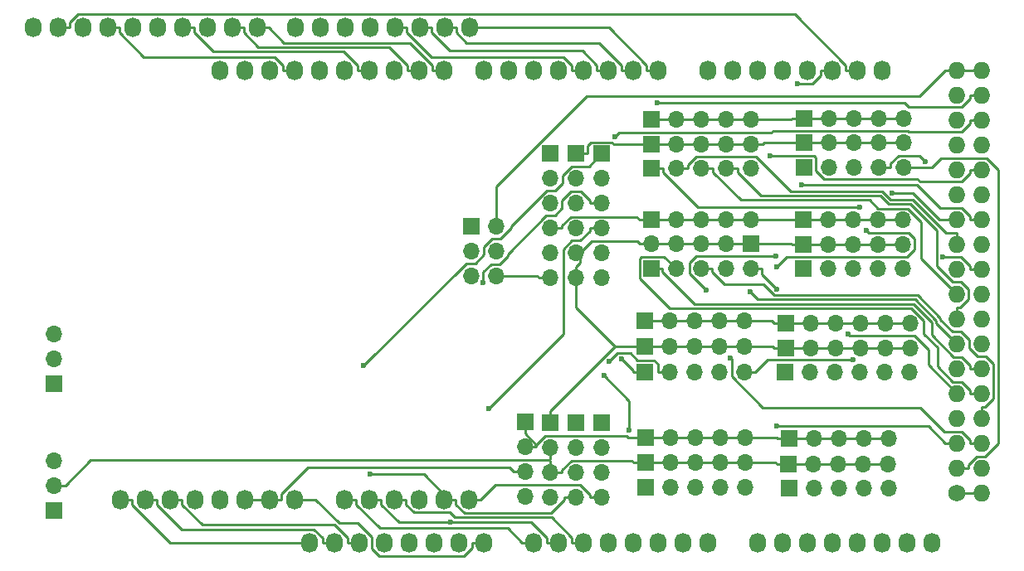
<source format=gbr>
G04 #@! TF.FileFunction,Copper,L1,Top,Signal*
%FSLAX46Y46*%
G04 Gerber Fmt 4.6, Leading zero omitted, Abs format (unit mm)*
G04 Created by KiCad (PCBNEW 4.0.6) date 06/23/17 17:57:28*
%MOMM*%
%LPD*%
G01*
G04 APERTURE LIST*
%ADD10C,0.100000*%
%ADD11C,1.727200*%
%ADD12O,1.727200X1.727200*%
%ADD13O,1.727200X2.032000*%
%ADD14R,1.700000X1.700000*%
%ADD15O,1.700000X1.700000*%
%ADD16C,0.600000*%
%ADD17C,0.250000*%
G04 APERTURE END LIST*
D10*
D11*
X197358000Y-114046000D03*
D12*
X199898000Y-114046000D03*
X197358000Y-111506000D03*
X199898000Y-111506000D03*
X197358000Y-108966000D03*
X199898000Y-108966000D03*
X197358000Y-106426000D03*
X199898000Y-106426000D03*
X197358000Y-103886000D03*
X199898000Y-103886000D03*
X197358000Y-101346000D03*
X199898000Y-101346000D03*
X197358000Y-98806000D03*
X199898000Y-98806000D03*
X197358000Y-96266000D03*
X199898000Y-96266000D03*
X197358000Y-93726000D03*
X199898000Y-93726000D03*
X197358000Y-91186000D03*
X199898000Y-91186000D03*
X197358000Y-88646000D03*
X199898000Y-88646000D03*
X197358000Y-86106000D03*
X199898000Y-86106000D03*
X197358000Y-83566000D03*
X199898000Y-83566000D03*
X197358000Y-81026000D03*
X199898000Y-81026000D03*
X197358000Y-78486000D03*
X199898000Y-78486000D03*
X197358000Y-75946000D03*
X199898000Y-75946000D03*
X197358000Y-73406000D03*
X199898000Y-73406000D03*
X197358000Y-70866000D03*
X199898000Y-70866000D03*
D13*
X131318000Y-119126000D03*
X133858000Y-119126000D03*
X136398000Y-119126000D03*
X138938000Y-119126000D03*
X141478000Y-119126000D03*
X144018000Y-119126000D03*
X146558000Y-119126000D03*
X149098000Y-119126000D03*
X154178000Y-119126000D03*
X156718000Y-119126000D03*
X159258000Y-119126000D03*
X161798000Y-119126000D03*
X164338000Y-119126000D03*
X166878000Y-119126000D03*
X169418000Y-119126000D03*
X171958000Y-119126000D03*
X177038000Y-119126000D03*
X179578000Y-119126000D03*
X182118000Y-119126000D03*
X184658000Y-119126000D03*
X187198000Y-119126000D03*
X189738000Y-119126000D03*
X192278000Y-119126000D03*
X194818000Y-119126000D03*
X122174000Y-70866000D03*
X124714000Y-70866000D03*
X127254000Y-70866000D03*
X129794000Y-70866000D03*
X132334000Y-70866000D03*
X134874000Y-70866000D03*
X137414000Y-70866000D03*
X139954000Y-70866000D03*
X142494000Y-70866000D03*
X145034000Y-70866000D03*
X149098000Y-70866000D03*
X151638000Y-70866000D03*
X154178000Y-70866000D03*
X156718000Y-70866000D03*
X159258000Y-70866000D03*
X161798000Y-70866000D03*
X164338000Y-70866000D03*
X166878000Y-70866000D03*
X171958000Y-70866000D03*
X174498000Y-70866000D03*
X177038000Y-70866000D03*
X179578000Y-70866000D03*
X182118000Y-70866000D03*
X184658000Y-70866000D03*
X187198000Y-70866000D03*
X189738000Y-70866000D03*
X112020000Y-114700000D03*
X114560000Y-114700000D03*
X117100000Y-114700000D03*
X119640000Y-114700000D03*
X122180000Y-114700000D03*
X124720000Y-114700000D03*
X127260000Y-114700000D03*
X129800000Y-114700000D03*
X134900000Y-114700000D03*
X137440000Y-114700000D03*
X139980000Y-114700000D03*
X142520000Y-114700000D03*
X145060000Y-114700000D03*
X147600000Y-114700000D03*
X103080000Y-66500000D03*
X105620000Y-66500000D03*
X108160000Y-66500000D03*
X110700000Y-66500000D03*
X113240000Y-66500000D03*
X115780000Y-66500000D03*
X118320000Y-66500000D03*
X120860000Y-66500000D03*
X123400000Y-66500000D03*
X125940000Y-66500000D03*
X129860000Y-66500000D03*
X132400000Y-66500000D03*
X134940000Y-66500000D03*
X137480000Y-66500000D03*
X140020000Y-66500000D03*
X142560000Y-66500000D03*
X145100000Y-66500000D03*
X147640000Y-66500000D03*
D14*
X165610000Y-113450000D03*
D15*
X168150000Y-113450000D03*
X170690000Y-113450000D03*
X173230000Y-113450000D03*
X175770000Y-113450000D03*
D14*
X180210000Y-113550000D03*
D15*
X182750000Y-113550000D03*
X185290000Y-113550000D03*
X187830000Y-113550000D03*
X190370000Y-113550000D03*
D14*
X165480000Y-101650000D03*
D15*
X168020000Y-101650000D03*
X170560000Y-101650000D03*
X173100000Y-101650000D03*
X175640000Y-101650000D03*
D14*
X179860000Y-101700000D03*
D15*
X182400000Y-101700000D03*
X184940000Y-101700000D03*
X187480000Y-101700000D03*
X190020000Y-101700000D03*
X192560000Y-101700000D03*
D14*
X166150000Y-91100000D03*
D15*
X168690000Y-91100000D03*
X171230000Y-91100000D03*
X173770000Y-91100000D03*
X176310000Y-91100000D03*
D14*
X181720000Y-91150000D03*
D15*
X184260000Y-91150000D03*
X186800000Y-91150000D03*
X189340000Y-91150000D03*
X191880000Y-91150000D03*
D14*
X166200000Y-80900000D03*
D15*
X168740000Y-80900000D03*
X171280000Y-80900000D03*
X173820000Y-80900000D03*
X176360000Y-80900000D03*
D14*
X181810000Y-80750000D03*
D15*
X184350000Y-80750000D03*
X186890000Y-80750000D03*
X189430000Y-80750000D03*
X191970000Y-80750000D03*
D14*
X165590000Y-110950000D03*
D15*
X168130000Y-110950000D03*
X170670000Y-110950000D03*
X173210000Y-110950000D03*
X175750000Y-110950000D03*
D14*
X180190000Y-111050000D03*
D15*
X182730000Y-111050000D03*
X185270000Y-111050000D03*
X187810000Y-111050000D03*
X190350000Y-111050000D03*
D14*
X165520000Y-99050000D03*
D15*
X168060000Y-99050000D03*
X170600000Y-99050000D03*
X173140000Y-99050000D03*
X175680000Y-99050000D03*
D14*
X179880000Y-99200000D03*
D15*
X182420000Y-99200000D03*
X184960000Y-99200000D03*
X187500000Y-99200000D03*
X190040000Y-99200000D03*
X192580000Y-99200000D03*
D14*
X176310000Y-88600000D03*
D15*
X173770000Y-88600000D03*
X171230000Y-88600000D03*
X168690000Y-88600000D03*
X166150000Y-88600000D03*
D14*
X181700000Y-88650000D03*
D15*
X184240000Y-88650000D03*
X186780000Y-88650000D03*
X189320000Y-88650000D03*
X191860000Y-88650000D03*
D14*
X181750000Y-78250000D03*
D15*
X184290000Y-78250000D03*
X186830000Y-78250000D03*
X189370000Y-78250000D03*
X191910000Y-78250000D03*
D14*
X166200000Y-78400000D03*
D15*
X168740000Y-78400000D03*
X171280000Y-78400000D03*
X173820000Y-78400000D03*
X176360000Y-78400000D03*
D14*
X165610000Y-108350000D03*
D15*
X168150000Y-108350000D03*
X170690000Y-108350000D03*
X173230000Y-108350000D03*
X175770000Y-108350000D03*
D14*
X180250000Y-108450000D03*
D15*
X182790000Y-108450000D03*
X185330000Y-108450000D03*
X187870000Y-108450000D03*
X190410000Y-108450000D03*
D14*
X165520000Y-96450000D03*
D15*
X168060000Y-96450000D03*
X170600000Y-96450000D03*
X173140000Y-96450000D03*
X175680000Y-96450000D03*
D14*
X179880000Y-96700000D03*
D15*
X182420000Y-96700000D03*
X184960000Y-96700000D03*
X187500000Y-96700000D03*
X190040000Y-96700000D03*
X192580000Y-96700000D03*
D14*
X166150000Y-86100000D03*
D15*
X168690000Y-86100000D03*
X171230000Y-86100000D03*
X173770000Y-86100000D03*
X176310000Y-86100000D03*
D14*
X181700000Y-86150000D03*
D15*
X184240000Y-86150000D03*
X186780000Y-86150000D03*
X189320000Y-86150000D03*
X191860000Y-86150000D03*
D14*
X181750000Y-75750000D03*
D15*
X184290000Y-75750000D03*
X186830000Y-75750000D03*
X189370000Y-75750000D03*
X191910000Y-75750000D03*
D14*
X166200000Y-75900000D03*
D15*
X168740000Y-75900000D03*
X171280000Y-75900000D03*
X173820000Y-75900000D03*
X176360000Y-75900000D03*
D14*
X105200000Y-115790000D03*
D15*
X105200000Y-113250000D03*
X105200000Y-110710000D03*
D14*
X105200000Y-102900000D03*
D15*
X105200000Y-100360000D03*
X105200000Y-97820000D03*
D14*
X147810000Y-86750000D03*
D15*
X150350000Y-86750000D03*
X147810000Y-89290000D03*
X150350000Y-89290000D03*
X147810000Y-91830000D03*
X150350000Y-91830000D03*
D14*
X153284000Y-106804000D03*
D15*
X153284000Y-109344000D03*
X153284000Y-111884000D03*
X153284000Y-114424000D03*
D14*
X155884000Y-106844000D03*
D15*
X155884000Y-109384000D03*
X155884000Y-111924000D03*
X155884000Y-114464000D03*
D14*
X158484000Y-106864000D03*
D15*
X158484000Y-109404000D03*
X158484000Y-111944000D03*
X158484000Y-114484000D03*
D14*
X161084000Y-106844000D03*
D15*
X161084000Y-109384000D03*
X161084000Y-111924000D03*
X161084000Y-114464000D03*
D14*
X161100000Y-79380000D03*
D15*
X161100000Y-81920000D03*
X161100000Y-84460000D03*
X161100000Y-87000000D03*
X161100000Y-89540000D03*
X161100000Y-92080000D03*
D14*
X158500000Y-79380000D03*
D15*
X158500000Y-81920000D03*
X158500000Y-84460000D03*
X158500000Y-87000000D03*
X158500000Y-89540000D03*
X158500000Y-92080000D03*
D14*
X155900000Y-79350000D03*
D15*
X155900000Y-81890000D03*
X155900000Y-84430000D03*
X155900000Y-86970000D03*
X155900000Y-89510000D03*
X155900000Y-92050000D03*
D16*
X187422200Y-84816800D03*
X190782800Y-83399600D03*
X178995400Y-93203400D03*
X174240200Y-100233900D03*
X136848500Y-101032700D03*
X145687300Y-117003300D03*
X149002400Y-92548500D03*
X149563100Y-105437500D03*
X161377500Y-102068500D03*
X163935200Y-107615800D03*
X137482700Y-112082000D03*
X163175700Y-100372900D03*
X166772700Y-74192600D03*
X161857800Y-100586100D03*
X162472600Y-77627300D03*
X171768100Y-93341400D03*
X178890400Y-89801400D03*
X178306000Y-79557600D03*
X186805500Y-100436300D03*
X181519100Y-82539000D03*
X176252800Y-93474000D03*
X186269400Y-97814400D03*
X178982000Y-107230900D03*
X178984000Y-90922300D03*
X188134600Y-87248700D03*
X194159900Y-80171300D03*
X195923200Y-89916000D03*
X181060400Y-72219700D03*
D17*
X153284000Y-109344000D02*
X154459300Y-109344000D01*
X165610000Y-108350000D02*
X164434700Y-108350000D01*
X154504700Y-91830000D02*
X154724700Y-92050000D01*
X150350000Y-91830000D02*
X154504700Y-91830000D01*
X155900000Y-92050000D02*
X154724700Y-92050000D01*
X192580000Y-96700000D02*
X190040000Y-96700000D01*
X190040000Y-96700000D02*
X187500000Y-96700000D01*
X187500000Y-96700000D02*
X184960000Y-96700000D01*
X184960000Y-96700000D02*
X182420000Y-96700000D01*
X182420000Y-96700000D02*
X179880000Y-96700000D01*
X173820000Y-75900000D02*
X171280000Y-75900000D01*
X171280000Y-75900000D02*
X168740000Y-75900000D01*
X168740000Y-75900000D02*
X166200000Y-75900000D01*
X191910000Y-75750000D02*
X189370000Y-75750000D01*
X189370000Y-75750000D02*
X186830000Y-75750000D01*
X186830000Y-75750000D02*
X184290000Y-75750000D01*
X184290000Y-75750000D02*
X181750000Y-75750000D01*
X191860000Y-86150000D02*
X189320000Y-86150000D01*
X184240000Y-86150000D02*
X181700000Y-86150000D01*
X173770000Y-86100000D02*
X171230000Y-86100000D01*
X171230000Y-86100000D02*
X168690000Y-86100000D01*
X168690000Y-86100000D02*
X166150000Y-86100000D01*
X173140000Y-96450000D02*
X170600000Y-96450000D01*
X170600000Y-96450000D02*
X168060000Y-96450000D01*
X168060000Y-96450000D02*
X165520000Y-96450000D01*
X190410000Y-108450000D02*
X187870000Y-108450000D01*
X187870000Y-108450000D02*
X185330000Y-108450000D01*
X185330000Y-108450000D02*
X182790000Y-108450000D01*
X182790000Y-108450000D02*
X180250000Y-108450000D01*
X173230000Y-108350000D02*
X170690000Y-108350000D01*
X170690000Y-108350000D02*
X168150000Y-108350000D01*
X168150000Y-108350000D02*
X165610000Y-108350000D01*
X124720000Y-114700000D02*
X127260000Y-114700000D01*
X127260000Y-114700000D02*
X128448900Y-114700000D01*
X153284000Y-111884000D02*
X152108700Y-111884000D01*
X111888900Y-67020100D02*
X111888900Y-66500000D01*
X114346000Y-69477200D02*
X111888900Y-67020100D01*
X127736400Y-69477200D02*
X114346000Y-69477200D01*
X128605100Y-70345900D02*
X127736400Y-69477200D01*
X128605100Y-70866000D02*
X128605100Y-70345900D01*
X129794000Y-70866000D02*
X128605100Y-70866000D01*
X110700000Y-66500000D02*
X111888900Y-66500000D01*
X173230000Y-108350000D02*
X175770000Y-108350000D01*
X178974700Y-108350000D02*
X179074700Y-108450000D01*
X175770000Y-108350000D02*
X178974700Y-108350000D01*
X180250000Y-108450000D02*
X179074700Y-108450000D01*
X173770000Y-86100000D02*
X176310000Y-86100000D01*
X180474700Y-86100000D02*
X180524700Y-86150000D01*
X176310000Y-86100000D02*
X180474700Y-86100000D01*
X181700000Y-86150000D02*
X180524700Y-86150000D01*
X181750000Y-75750000D02*
X180574700Y-75750000D01*
X153284000Y-106804000D02*
X153284000Y-107979300D01*
X164697200Y-85822500D02*
X164974700Y-86100000D01*
X157942800Y-85822500D02*
X164697200Y-85822500D01*
X157075300Y-86690000D02*
X157942800Y-85822500D01*
X157075300Y-86970000D02*
X157075300Y-86690000D01*
X155900000Y-86970000D02*
X157075300Y-86970000D01*
X166150000Y-86100000D02*
X164974700Y-86100000D01*
X180424700Y-75900000D02*
X176360000Y-75900000D01*
X180574700Y-75750000D02*
X180424700Y-75900000D01*
X176360000Y-75900000D02*
X173820000Y-75900000D01*
X189320000Y-86150000D02*
X188144700Y-86150000D01*
X184240000Y-86150000D02*
X186780000Y-86150000D01*
X186780000Y-86150000D02*
X188144700Y-86150000D01*
X173140000Y-96450000D02*
X175680000Y-96450000D01*
X178454700Y-96450000D02*
X178704700Y-96700000D01*
X175680000Y-96450000D02*
X178454700Y-96450000D01*
X179880000Y-96700000D02*
X178704700Y-96700000D01*
X151681400Y-111456700D02*
X152108700Y-111884000D01*
X131172100Y-111456700D02*
X151681400Y-111456700D01*
X128448900Y-114179900D02*
X131172100Y-111456700D01*
X128448900Y-114700000D02*
X128448900Y-114179900D01*
X153313500Y-107979300D02*
X153284000Y-107979300D01*
X154459300Y-109125100D02*
X153313500Y-107979300D01*
X154459300Y-109344000D02*
X154459300Y-109125100D01*
X163785100Y-108350000D02*
X164434700Y-108350000D01*
X163639600Y-108204500D02*
X163785100Y-108350000D01*
X155379900Y-108204500D02*
X163639600Y-108204500D01*
X154459300Y-109125100D02*
X155379900Y-108204500D01*
X171280000Y-80900000D02*
X172455300Y-80900000D01*
X172455300Y-81267300D02*
X172455300Y-80900000D01*
X175296900Y-84108900D02*
X172455300Y-81267300D01*
X188461700Y-84108900D02*
X175296900Y-84108900D01*
X189327400Y-84974600D02*
X188461700Y-84108900D01*
X192360500Y-84974600D02*
X189327400Y-84974600D01*
X193723400Y-86337500D02*
X192360500Y-84974600D01*
X193723400Y-90091400D02*
X193723400Y-86337500D01*
X197358000Y-93726000D02*
X193723400Y-90091400D01*
X168740000Y-80900000D02*
X169915300Y-80900000D01*
X197358000Y-88646000D02*
X197358000Y-87457100D01*
X196256800Y-87457100D02*
X197358000Y-87457100D01*
X192873600Y-84073900D02*
X196256800Y-87457100D01*
X190572800Y-84073900D02*
X192873600Y-84073900D01*
X189707100Y-83208200D02*
X190572800Y-84073900D01*
X180394100Y-83208200D02*
X189707100Y-83208200D01*
X176890200Y-79704300D02*
X180394100Y-83208200D01*
X170743700Y-79704300D02*
X176890200Y-79704300D01*
X169915300Y-80532700D02*
X170743700Y-79704300D01*
X169915300Y-80900000D02*
X169915300Y-80532700D01*
X170924800Y-84816800D02*
X187422200Y-84816800D01*
X167375300Y-81267300D02*
X170924800Y-84816800D01*
X167375300Y-80900000D02*
X167375300Y-81267300D01*
X195542700Y-86106000D02*
X197358000Y-86106000D01*
X192836300Y-83399600D02*
X195542700Y-86106000D01*
X190782800Y-83399600D02*
X192836300Y-83399600D01*
X166200000Y-80900000D02*
X167375300Y-80900000D01*
X177485300Y-91693300D02*
X178995400Y-93203400D01*
X177485300Y-91100000D02*
X177485300Y-91693300D01*
X176310000Y-91100000D02*
X177485300Y-91100000D01*
X171230000Y-91100000D02*
X172405300Y-91100000D01*
X199898000Y-106426000D02*
X199898000Y-105237100D01*
X200269600Y-105237100D02*
X199898000Y-105237100D01*
X201086900Y-104419800D02*
X200269600Y-105237100D01*
X201086900Y-100852400D02*
X201086900Y-104419800D01*
X200277800Y-100043300D02*
X201086900Y-100852400D01*
X199448500Y-100043300D02*
X200277800Y-100043300D01*
X198628000Y-99222800D02*
X199448500Y-100043300D01*
X198628000Y-98379300D02*
X198628000Y-99222800D01*
X197784700Y-97536000D02*
X198628000Y-98379300D01*
X196900600Y-97536000D02*
X197784700Y-97536000D01*
X195681100Y-96316500D02*
X196900600Y-97536000D01*
X195681100Y-96157300D02*
X195681100Y-96316500D01*
X193352500Y-93828700D02*
X195681100Y-96157300D01*
X178736400Y-93828700D02*
X193352500Y-93828700D01*
X177633300Y-92725600D02*
X178736400Y-93828700D01*
X173663500Y-92725600D02*
X177633300Y-92725600D01*
X172405300Y-91467400D02*
X173663500Y-92725600D01*
X172405300Y-91100000D02*
X172405300Y-91467400D01*
X198709100Y-108594400D02*
X198709100Y-108966000D01*
X197891800Y-107777100D02*
X198709100Y-108594400D01*
X196097100Y-107777100D02*
X197891800Y-107777100D01*
X193661500Y-105341500D02*
X196097100Y-107777100D01*
X177567900Y-105341500D02*
X193661500Y-105341500D01*
X174370000Y-102143600D02*
X177567900Y-105341500D01*
X174370000Y-100363700D02*
X174370000Y-102143600D01*
X174240200Y-100233900D02*
X174370000Y-100363700D01*
X199898000Y-108966000D02*
X198709100Y-108966000D01*
X166150000Y-91100000D02*
X167325300Y-91100000D01*
X199898000Y-101346000D02*
X198709100Y-101346000D01*
X198709100Y-100974400D02*
X198709100Y-101346000D01*
X197891800Y-100157100D02*
X198709100Y-100974400D01*
X197021600Y-100157100D02*
X197891800Y-100157100D01*
X194780400Y-97915900D02*
X197021600Y-100157100D01*
X194780400Y-96596400D02*
X194780400Y-97915900D01*
X192913300Y-94729300D02*
X194780400Y-96596400D01*
X170587200Y-94729300D02*
X192913300Y-94729300D01*
X167325300Y-91467400D02*
X170587200Y-94729300D01*
X167325300Y-91100000D02*
X167325300Y-91467400D01*
X199898000Y-103886000D02*
X198709100Y-103886000D01*
X198709100Y-103514400D02*
X198709100Y-103886000D01*
X197891800Y-102697100D02*
X198709100Y-103514400D01*
X196925500Y-102697100D02*
X197891800Y-102697100D01*
X195365900Y-101137500D02*
X196925500Y-102697100D01*
X195365900Y-99184100D02*
X195365900Y-101137500D01*
X193983900Y-97802100D02*
X195365900Y-99184100D01*
X193983900Y-96436800D02*
X193983900Y-97802100D01*
X192726700Y-95179600D02*
X193983900Y-96436800D01*
X168055500Y-95179600D02*
X192726700Y-95179600D01*
X164974600Y-92098700D02*
X168055500Y-95179600D01*
X164974600Y-90103500D02*
X164974600Y-92098700D01*
X165192700Y-89885400D02*
X164974600Y-90103500D01*
X167475400Y-89885400D02*
X165192700Y-89885400D01*
X168690000Y-91100000D02*
X167475400Y-89885400D01*
X199898000Y-70866000D02*
X197358000Y-70866000D01*
X193508400Y-73526700D02*
X196169100Y-70866000D01*
X159553800Y-73526700D02*
X193508400Y-73526700D01*
X150350000Y-82730500D02*
X159553800Y-73526700D01*
X150350000Y-86750000D02*
X150350000Y-82730500D01*
X197358000Y-70866000D02*
X196169100Y-70866000D01*
X132669100Y-118642600D02*
X132669100Y-119126000D01*
X131766500Y-117740000D02*
X132669100Y-118642600D01*
X118268800Y-117740000D02*
X131766500Y-117740000D01*
X115748900Y-115220100D02*
X118268800Y-117740000D01*
X115748900Y-114700000D02*
X115748900Y-115220100D01*
X114560000Y-114700000D02*
X115748900Y-114700000D01*
X133858000Y-119126000D02*
X132669100Y-119126000D01*
X117100000Y-114700000D02*
X118288900Y-114700000D01*
X136398000Y-119126000D02*
X135209100Y-119126000D01*
X135209100Y-118642600D02*
X135209100Y-119126000D01*
X133856200Y-117289700D02*
X135209100Y-118642600D01*
X120358500Y-117289700D02*
X133856200Y-117289700D01*
X118288900Y-115220100D02*
X120358500Y-117289700D01*
X118288900Y-114700000D02*
X118288900Y-115220100D01*
X147909100Y-119646100D02*
X147909100Y-119126000D01*
X147059200Y-120496000D02*
X147909100Y-119646100D01*
X138412900Y-120496000D02*
X147059200Y-120496000D01*
X137668000Y-119751100D02*
X138412900Y-120496000D01*
X137668000Y-118557100D02*
X137668000Y-119751100D01*
X136226100Y-117115200D02*
X137668000Y-118557100D01*
X134318600Y-117115200D02*
X136226100Y-117115200D01*
X131903400Y-114700000D02*
X134318600Y-117115200D01*
X129800000Y-114700000D02*
X131903400Y-114700000D01*
X149098000Y-119126000D02*
X147909100Y-119126000D01*
X147321200Y-90560000D02*
X136848500Y-101032700D01*
X148204200Y-90560000D02*
X147321200Y-90560000D01*
X149080200Y-89684000D02*
X148204200Y-90560000D01*
X149080200Y-88870300D02*
X149080200Y-89684000D01*
X149930500Y-88020000D02*
X149080200Y-88870300D01*
X150784500Y-88020000D02*
X149930500Y-88020000D01*
X151846900Y-86957600D02*
X150784500Y-88020000D01*
X151846900Y-86805700D02*
X151846900Y-86957600D01*
X155492600Y-83160000D02*
X151846900Y-86805700D01*
X156338500Y-83160000D02*
X155492600Y-83160000D01*
X157090400Y-82408100D02*
X156338500Y-83160000D01*
X157090400Y-81652800D02*
X157090400Y-82408100D01*
X158063200Y-80680000D02*
X157090400Y-81652800D01*
X159800000Y-80680000D02*
X158063200Y-80680000D01*
X161100000Y-79380000D02*
X159800000Y-80680000D01*
X151504300Y-117641200D02*
X152989100Y-119126000D01*
X138510000Y-117641200D02*
X151504300Y-117641200D01*
X136088900Y-115220100D02*
X138510000Y-117641200D01*
X136088900Y-114700000D02*
X136088900Y-115220100D01*
X134900000Y-114700000D02*
X136088900Y-114700000D01*
X154178000Y-119126000D02*
X152989100Y-119126000D01*
X156718000Y-119126000D02*
X155529100Y-119126000D01*
X137440000Y-114700000D02*
X138628900Y-114700000D01*
X153926500Y-117003300D02*
X145687300Y-117003300D01*
X155529100Y-118605900D02*
X153926500Y-117003300D01*
X155529100Y-119126000D02*
X155529100Y-118605900D01*
X138628900Y-115220100D02*
X138628900Y-114700000D01*
X140412100Y-117003300D02*
X138628900Y-115220100D01*
X145687300Y-117003300D02*
X140412100Y-117003300D01*
X161100000Y-84460000D02*
X159924700Y-84460000D01*
X149002400Y-91476600D02*
X149002400Y-92548500D01*
X149824400Y-90654600D02*
X149002400Y-91476600D01*
X150704900Y-90654600D02*
X149824400Y-90654600D01*
X151549500Y-89810000D02*
X150704900Y-90654600D01*
X151549500Y-89629400D02*
X151549500Y-89810000D01*
X155478900Y-85700000D02*
X151549500Y-89629400D01*
X156336100Y-85700000D02*
X155478900Y-85700000D01*
X157085700Y-84950400D02*
X156336100Y-85700000D01*
X157085700Y-84149000D02*
X157085700Y-84950400D01*
X157982400Y-83252300D02*
X157085700Y-84149000D01*
X159010800Y-83252300D02*
X157982400Y-83252300D01*
X159924700Y-84166200D02*
X159010800Y-83252300D01*
X159924700Y-84460000D02*
X159924700Y-84166200D01*
X158069100Y-118605900D02*
X158069100Y-119126000D01*
X155992800Y-116529600D02*
X158069100Y-118605900D01*
X146122800Y-116529600D02*
X155992800Y-116529600D01*
X145634500Y-116041300D02*
X146122800Y-116529600D01*
X141990100Y-116041300D02*
X145634500Y-116041300D01*
X141168900Y-115220100D02*
X141990100Y-116041300D01*
X141168900Y-114700000D02*
X141168900Y-115220100D01*
X139980000Y-114700000D02*
X141168900Y-114700000D01*
X159258000Y-119126000D02*
X158069100Y-119126000D01*
X157185000Y-97815600D02*
X149563100Y-105437500D01*
X157185000Y-89158700D02*
X157185000Y-97815600D01*
X158073700Y-88270000D02*
X157185000Y-89158700D01*
X158946100Y-88270000D02*
X158073700Y-88270000D01*
X159924700Y-87291400D02*
X158946100Y-88270000D01*
X159924700Y-87000000D02*
X159924700Y-87291400D01*
X161100000Y-87000000D02*
X159924700Y-87000000D01*
X163935200Y-104626200D02*
X163935200Y-107615800D01*
X161377500Y-102068500D02*
X163935200Y-104626200D01*
X123400000Y-66500000D02*
X124588900Y-66500000D01*
X142494000Y-70866000D02*
X141305100Y-70866000D01*
X124588900Y-67020100D02*
X124588900Y-66500000D01*
X126079500Y-68510700D02*
X124588900Y-67020100D01*
X139469900Y-68510700D02*
X126079500Y-68510700D01*
X141305100Y-70345900D02*
X139469900Y-68510700D01*
X141305100Y-70866000D02*
X141305100Y-70345900D01*
X125940000Y-66500000D02*
X127128900Y-66500000D01*
X145034000Y-70866000D02*
X143845100Y-70866000D01*
X128689300Y-68060400D02*
X127128900Y-66500000D01*
X141559600Y-68060400D02*
X128689300Y-68060400D01*
X143845100Y-70345900D02*
X141559600Y-68060400D01*
X143845100Y-70866000D02*
X143845100Y-70345900D01*
X158069100Y-70345900D02*
X158069100Y-70866000D01*
X157247800Y-69524600D02*
X158069100Y-70345900D01*
X143732300Y-69524600D02*
X157247800Y-69524600D01*
X141208900Y-67001200D02*
X143732300Y-69524600D01*
X141208900Y-66500000D02*
X141208900Y-67001200D01*
X140020000Y-66500000D02*
X141208900Y-66500000D01*
X159258000Y-70866000D02*
X158069100Y-70866000D01*
X160609100Y-70345900D02*
X160609100Y-70866000D01*
X159130500Y-68867300D02*
X160609100Y-70345900D01*
X145596100Y-68867300D02*
X159130500Y-68867300D01*
X143748900Y-67020100D02*
X145596100Y-68867300D01*
X143748900Y-66500000D02*
X143748900Y-67020100D01*
X142560000Y-66500000D02*
X143748900Y-66500000D01*
X161798000Y-70866000D02*
X160609100Y-70866000D01*
X163149100Y-70345900D02*
X163149100Y-70866000D01*
X160881400Y-68078200D02*
X163149100Y-70345900D01*
X147347000Y-68078200D02*
X160881400Y-68078200D01*
X146288900Y-67020100D02*
X147347000Y-68078200D01*
X146288900Y-66500000D02*
X146288900Y-67020100D01*
X145100000Y-66500000D02*
X146288900Y-66500000D01*
X164338000Y-70866000D02*
X163149100Y-70866000D01*
X165689100Y-70345900D02*
X165689100Y-70866000D01*
X161843200Y-66500000D02*
X165689100Y-70345900D01*
X147640000Y-66500000D02*
X161843200Y-66500000D01*
X166878000Y-70866000D02*
X165689100Y-70866000D01*
X199898000Y-114046000D02*
X197358000Y-114046000D01*
X117114800Y-119126000D02*
X131318000Y-119126000D01*
X113208900Y-115220100D02*
X117114800Y-119126000D01*
X113208900Y-114700000D02*
X113208900Y-115220100D01*
X112020000Y-114700000D02*
X113208900Y-114700000D01*
X186009100Y-70345900D02*
X186009100Y-70866000D01*
X180801800Y-65138600D02*
X186009100Y-70345900D01*
X107650200Y-65138600D02*
X180801800Y-65138600D01*
X106808900Y-65979900D02*
X107650200Y-65138600D01*
X106808900Y-66500000D02*
X106808900Y-65979900D01*
X105620000Y-66500000D02*
X106808900Y-66500000D01*
X187198000Y-70866000D02*
X186009100Y-70866000D01*
X158484000Y-114484000D02*
X157308700Y-114484000D01*
X146248900Y-115220100D02*
X146248900Y-114700000D01*
X147108000Y-116079200D02*
X146248900Y-115220100D01*
X155933900Y-116079200D02*
X147108000Y-116079200D01*
X157308700Y-114704400D02*
X155933900Y-116079200D01*
X157308700Y-114484000D02*
X157308700Y-114704400D01*
X145060000Y-114700000D02*
X145572400Y-114700000D01*
X145572400Y-114700000D02*
X146248900Y-114700000D01*
X142954400Y-112082000D02*
X137482700Y-112082000D01*
X145572400Y-114700000D02*
X142954400Y-112082000D01*
X150253000Y-113235900D02*
X148788900Y-114700000D01*
X158901000Y-113235900D02*
X150253000Y-113235900D01*
X159908700Y-114243600D02*
X158901000Y-113235900D01*
X159908700Y-114464000D02*
X159908700Y-114243600D01*
X161084000Y-114464000D02*
X159908700Y-114464000D01*
X147600000Y-114700000D02*
X148788900Y-114700000D01*
X118320000Y-66500000D02*
X119508900Y-66500000D01*
X137414000Y-70866000D02*
X136225100Y-70866000D01*
X119508900Y-67020100D02*
X119508900Y-66500000D01*
X121449800Y-68961000D02*
X119508900Y-67020100D01*
X134802900Y-68961000D02*
X121449800Y-68961000D01*
X136225100Y-70383200D02*
X134802900Y-68961000D01*
X136225100Y-70866000D02*
X136225100Y-70383200D01*
X164304700Y-101501900D02*
X163175700Y-100372900D01*
X164304700Y-101650000D02*
X164304700Y-101501900D01*
X198709100Y-73777600D02*
X198709100Y-73406000D01*
X197891800Y-74594900D02*
X198709100Y-73777600D01*
X192417200Y-74594900D02*
X197891800Y-74594900D01*
X192014900Y-74192600D02*
X192417200Y-74594900D01*
X166772700Y-74192600D02*
X192014900Y-74192600D01*
X199898000Y-73406000D02*
X198709100Y-73406000D01*
X165480000Y-101650000D02*
X164304700Y-101650000D01*
X198709100Y-76317600D02*
X198709100Y-75946000D01*
X197891800Y-77134900D02*
X198709100Y-76317600D01*
X192457200Y-77134900D02*
X197891800Y-77134900D01*
X192393400Y-77071100D02*
X192457200Y-77134900D01*
X178555300Y-77071100D02*
X192393400Y-77071100D01*
X178438900Y-77187500D02*
X178555300Y-77071100D01*
X162912400Y-77187500D02*
X178438900Y-77187500D01*
X162472600Y-77627300D02*
X162912400Y-77187500D01*
X199898000Y-75946000D02*
X198709100Y-75946000D01*
X168020000Y-101650000D02*
X166844700Y-101650000D01*
X162696400Y-99747500D02*
X161857800Y-100586100D01*
X164041500Y-99747500D02*
X162696400Y-99747500D01*
X164768700Y-100474700D02*
X164041500Y-99747500D01*
X166477500Y-100474700D02*
X164768700Y-100474700D01*
X166844700Y-100841900D02*
X166477500Y-100474700D01*
X166844700Y-101650000D02*
X166844700Y-100841900D01*
X170786900Y-89801400D02*
X178890400Y-89801400D01*
X170048000Y-90540300D02*
X170786900Y-89801400D01*
X170048000Y-91621300D02*
X170048000Y-90540300D01*
X171768100Y-93341400D02*
X170048000Y-91621300D01*
X199898000Y-81026000D02*
X198709100Y-81026000D01*
X198709100Y-81397600D02*
X198709100Y-81026000D01*
X197891800Y-82214900D02*
X198709100Y-81397600D01*
X193590300Y-82214900D02*
X197891800Y-82214900D01*
X193300900Y-81925500D02*
X193590300Y-82214900D01*
X183808500Y-81925500D02*
X193300900Y-81925500D01*
X182985400Y-81102400D02*
X183808500Y-81925500D01*
X182985400Y-79730500D02*
X182985400Y-81102400D01*
X182812500Y-79557600D02*
X182985400Y-79730500D01*
X178306000Y-79557600D02*
X182812500Y-79557600D01*
X175640000Y-101650000D02*
X176815300Y-101650000D01*
X178029000Y-100436300D02*
X186805500Y-100436300D01*
X176815300Y-101650000D02*
X178029000Y-100436300D01*
X199898000Y-86106000D02*
X198709100Y-86106000D01*
X193246800Y-82539000D02*
X181519100Y-82539000D01*
X195624900Y-84917100D02*
X193246800Y-82539000D01*
X197891800Y-84917100D02*
X195624900Y-84917100D01*
X198709100Y-85734400D02*
X197891800Y-84917100D01*
X198709100Y-86106000D02*
X198709100Y-85734400D01*
X197358000Y-96266000D02*
X197358000Y-95077100D01*
X173820000Y-80900000D02*
X174995300Y-80900000D01*
X197729500Y-95077100D02*
X197358000Y-95077100D01*
X198547000Y-94259600D02*
X197729500Y-95077100D01*
X198547000Y-93211700D02*
X198547000Y-94259600D01*
X197770200Y-92434900D02*
X198547000Y-93211700D01*
X196909100Y-92434900D02*
X197770200Y-92434900D01*
X195297900Y-90823700D02*
X196909100Y-92434900D01*
X195297900Y-87203800D02*
X195297900Y-90823700D01*
X192618300Y-84524200D02*
X195297900Y-87203800D01*
X190386200Y-84524200D02*
X192618300Y-84524200D01*
X189520500Y-83658500D02*
X190386200Y-84524200D01*
X177386400Y-83658500D02*
X189520500Y-83658500D01*
X174995300Y-81267400D02*
X177386400Y-83658500D01*
X174995300Y-80900000D02*
X174995300Y-81267400D01*
X195230800Y-96678800D02*
X197358000Y-98806000D01*
X195230800Y-96409900D02*
X195230800Y-96678800D01*
X193099900Y-94279000D02*
X195230800Y-96409900D01*
X177057800Y-94279000D02*
X193099900Y-94279000D01*
X176252800Y-93474000D02*
X177057800Y-94279000D01*
X194431000Y-100959000D02*
X197358000Y-103886000D01*
X194431000Y-99382500D02*
X194431000Y-100959000D01*
X192998500Y-97950000D02*
X194431000Y-99382500D01*
X186405000Y-97950000D02*
X192998500Y-97950000D01*
X186269400Y-97814400D02*
X186405000Y-97950000D01*
X189430000Y-80750000D02*
X190605300Y-80750000D01*
X194434000Y-107230900D02*
X178982000Y-107230900D01*
X196169100Y-108966000D02*
X194434000Y-107230900D01*
X188360500Y-87474600D02*
X188134600Y-87248700D01*
X192429600Y-87474600D02*
X188360500Y-87474600D01*
X193054500Y-88099500D02*
X192429600Y-87474600D01*
X193054500Y-89125700D02*
X193054500Y-88099500D01*
X192290200Y-89890000D02*
X193054500Y-89125700D01*
X180016300Y-89890000D02*
X192290200Y-89890000D01*
X178984000Y-90922300D02*
X180016300Y-89890000D01*
X190605300Y-80382600D02*
X190605300Y-80750000D01*
X191413200Y-79574700D02*
X190605300Y-80382600D01*
X193563300Y-79574700D02*
X191413200Y-79574700D01*
X194159900Y-80171300D02*
X193563300Y-79574700D01*
X197358000Y-108966000D02*
X196169100Y-108966000D01*
X198546900Y-111134400D02*
X198546900Y-111506000D01*
X199364200Y-110317100D02*
X198546900Y-111134400D01*
X200232600Y-110317100D02*
X199364200Y-110317100D01*
X201585100Y-108964600D02*
X200232600Y-110317100D01*
X201585100Y-81031600D02*
X201585100Y-108964600D01*
X200378500Y-79825000D02*
X201585100Y-81031600D01*
X195771400Y-79825000D02*
X200378500Y-79825000D01*
X194794300Y-80802100D02*
X195771400Y-79825000D01*
X193197400Y-80802100D02*
X194794300Y-80802100D01*
X193145300Y-80750000D02*
X193197400Y-80802100D01*
X191970000Y-80750000D02*
X193145300Y-80750000D01*
X197358000Y-111506000D02*
X198546900Y-111506000D01*
X198709100Y-90814500D02*
X198709100Y-91186000D01*
X197810600Y-89916000D02*
X198709100Y-90814500D01*
X195923200Y-89916000D02*
X197810600Y-89916000D01*
X199898000Y-91186000D02*
X198709100Y-91186000D01*
X184658000Y-70866000D02*
X183469100Y-70866000D01*
X182635500Y-72219700D02*
X181060400Y-72219700D01*
X183469100Y-71386100D02*
X182635500Y-72219700D01*
X183469100Y-70866000D02*
X183469100Y-71386100D01*
X105200000Y-113250000D02*
X106375300Y-113250000D01*
X192580000Y-99200000D02*
X190040000Y-99200000D01*
X190040000Y-99200000D02*
X187500000Y-99200000D01*
X187500000Y-99200000D02*
X184960000Y-99200000D01*
X184960000Y-99200000D02*
X182420000Y-99200000D01*
X182420000Y-99200000D02*
X179880000Y-99200000D01*
X171280000Y-78400000D02*
X168740000Y-78400000D01*
X168740000Y-78400000D02*
X166200000Y-78400000D01*
X191910000Y-78250000D02*
X189370000Y-78250000D01*
X189370000Y-78250000D02*
X186830000Y-78250000D01*
X186830000Y-78250000D02*
X184290000Y-78250000D01*
X184290000Y-78250000D02*
X181750000Y-78250000D01*
X191860000Y-88650000D02*
X189320000Y-88650000D01*
X189320000Y-88650000D02*
X186780000Y-88650000D01*
X170600000Y-99050000D02*
X168060000Y-99050000D01*
X168060000Y-99050000D02*
X165520000Y-99050000D01*
X190350000Y-111050000D02*
X187810000Y-111050000D01*
X187810000Y-111050000D02*
X186445300Y-111050000D01*
X185857700Y-111050000D02*
X186445300Y-111050000D01*
X185857700Y-111050000D02*
X185270000Y-111050000D01*
X185270000Y-111050000D02*
X182730000Y-111050000D01*
X182730000Y-111050000D02*
X181365300Y-111050000D01*
X180777700Y-111050000D02*
X181365300Y-111050000D01*
X180777700Y-111050000D02*
X180190000Y-111050000D01*
X173210000Y-110950000D02*
X171845300Y-110950000D01*
X171257700Y-110950000D02*
X171845300Y-110950000D01*
X171257700Y-110950000D02*
X170670000Y-110950000D01*
X165590000Y-110950000D02*
X166765300Y-110950000D01*
X170670000Y-110950000D02*
X168130000Y-110950000D01*
X168130000Y-110950000D02*
X166765300Y-110950000D01*
X158500000Y-79380000D02*
X159675300Y-79380000D01*
X166200000Y-78400000D02*
X165024700Y-78400000D01*
X155884000Y-106844000D02*
X155884000Y-105668700D01*
X178554700Y-99050000D02*
X178704700Y-99200000D01*
X175680000Y-99050000D02*
X178554700Y-99050000D01*
X179880000Y-99200000D02*
X178704700Y-99200000D01*
X171280000Y-78400000D02*
X173820000Y-78400000D01*
X181750000Y-78250000D02*
X180574700Y-78250000D01*
X173820000Y-78400000D02*
X176360000Y-78400000D01*
X177685300Y-78250000D02*
X180574700Y-78250000D01*
X177535300Y-78400000D02*
X177685300Y-78250000D01*
X176360000Y-78400000D02*
X177535300Y-78400000D01*
X155884000Y-109384000D02*
X155884000Y-110559300D01*
X164192700Y-110728000D02*
X164414700Y-110950000D01*
X158034900Y-110728000D02*
X164192700Y-110728000D01*
X157059300Y-111703600D02*
X158034900Y-110728000D01*
X157059300Y-111924000D02*
X157059300Y-111703600D01*
X155884000Y-111924000D02*
X157059300Y-111924000D01*
X165590000Y-110950000D02*
X164414700Y-110950000D01*
X155884000Y-111924000D02*
X155884000Y-110748700D01*
X155789300Y-110654000D02*
X155884000Y-110748700D01*
X155789300Y-110654000D02*
X155884000Y-110559300D01*
X175680000Y-99050000D02*
X174504700Y-99050000D01*
X170600000Y-99050000D02*
X173140000Y-99050000D01*
X173140000Y-99050000D02*
X174504700Y-99050000D01*
X171230000Y-88600000D02*
X173770000Y-88600000D01*
X173770000Y-88600000D02*
X176310000Y-88600000D01*
X181700000Y-88650000D02*
X180524700Y-88650000D01*
X180474700Y-88600000D02*
X177485300Y-88600000D01*
X180524700Y-88650000D02*
X180474700Y-88600000D01*
X176310000Y-88600000D02*
X177485300Y-88600000D01*
X181700000Y-88650000D02*
X184240000Y-88650000D01*
X184240000Y-88650000D02*
X186780000Y-88650000D01*
X171230000Y-88600000D02*
X168690000Y-88600000D01*
X168690000Y-88600000D02*
X166150000Y-88600000D01*
X158500000Y-89540000D02*
X158887700Y-89540000D01*
X158500000Y-92080000D02*
X158500000Y-90904700D01*
X108971300Y-110654000D02*
X155789300Y-110654000D01*
X106375300Y-113250000D02*
X108971300Y-110654000D01*
X162361000Y-78400000D02*
X165024700Y-78400000D01*
X162165600Y-78204600D02*
X162361000Y-78400000D01*
X160042700Y-78204600D02*
X162165600Y-78204600D01*
X159675300Y-78572000D02*
X160042700Y-78204600D01*
X159675300Y-79380000D02*
X159675300Y-78572000D01*
X158500000Y-95047300D02*
X158500000Y-92080000D01*
X162502700Y-99050000D02*
X158500000Y-95047300D01*
X165520000Y-99050000D02*
X162502700Y-99050000D01*
X162502700Y-99050000D02*
X155884000Y-105668700D01*
X166150000Y-88600000D02*
X164974700Y-88600000D01*
X158887700Y-90517000D02*
X158500000Y-90904700D01*
X158887700Y-89540000D02*
X158887700Y-90517000D01*
X164727200Y-88352500D02*
X164974700Y-88600000D01*
X160075200Y-88352500D02*
X164727200Y-88352500D01*
X158887700Y-89540000D02*
X160075200Y-88352500D01*
X173210000Y-110950000D02*
X175750000Y-110950000D01*
X178914700Y-110950000D02*
X179014700Y-111050000D01*
X175750000Y-110950000D02*
X178914700Y-110950000D01*
X180190000Y-111050000D02*
X179014700Y-111050000D01*
M02*

</source>
